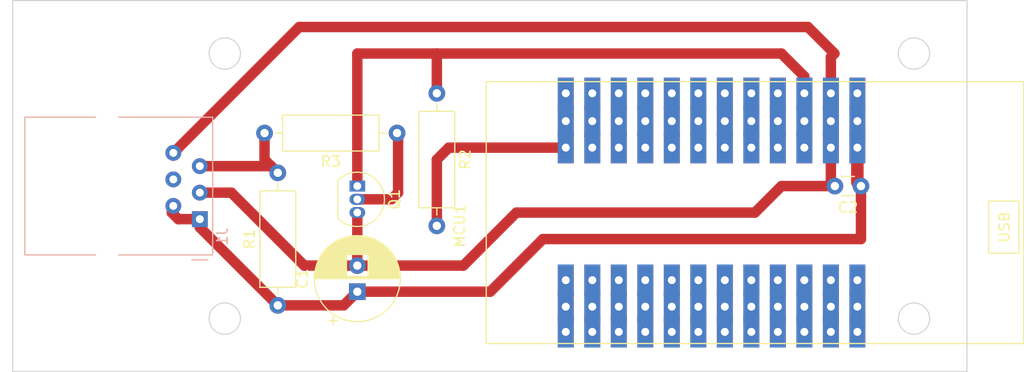
<source format=kicad_pcb>
(kicad_pcb (version 20211014) (generator pcbnew)
  (layers (0 "F.Cu" signal) (31 "B.Cu" signal) (34 "B.Paste" user) (35 "F.Paste" user) (36 "B.SilkS" user "B.Silkscreen") (37 "F.SilkS" user "F.Silkscreen") (38 "B.Mask" user) (39 "F.Mask" user) (44 "Edge.Cuts" user))
  (net 0 "")
  (net 1 "/5 volt")
  (net 2 "Net-(MCU1-Pad3)")
  (net 3 "GND")
  (net 4 "/3.3 volt")
  (net 7 "Net-(Q1-Pad2)")
  (net 9 "unconnected-(MCU1-Pad5)")
  (net 27 "Net-(J1-Pad5)")
  (footprint "Resistor_THT:R_Axial_DIN0309_L9.0mm_D3.2mm_P12.70mm_Horizontal" (layer "F.Cu") (at 55.88 21.59 -90)
    (fp_text reference "R2" (at 6.35 -2.72 90) (layer "F.SilkS"))
    (fp_text value "10000")
    (fp_line (start 10.97 1.72) (end 10.97 -1.72) (layer "F.SilkS") (width 0.12))
    (fp_line (start 1.04 0) (end 1.73 0) (layer "F.SilkS") (width 0.12))
    (fp_line (start 1.73 -1.72) (end 1.73 1.72) (layer "F.SilkS") (width 0.12))
    (fp_line (start 1.73 1.72) (end 10.97 1.72) (layer "F.SilkS") (width 0.12))
    (fp_line (start 10.97 -1.72) (end 1.73 -1.72) (layer "F.SilkS") (width 0.12))
    (fp_line (start 11.66 0) (end 10.97 0) (layer "F.SilkS") (width 0.12))
    (pad "1" thru_hole circle (at 0 0 270) (size 1.6 1.6) (drill 0.8) (layers *.Cu *.Mask) (net 2 "Net-(MCU1-Pad3)"))
    (pad "2" thru_hole oval (at 12.7 0 270) (size 1.6 1.6) (drill 0.8) (layers *.Cu *.Mask) (net 4 "/3.3 volt"))
  )
  (footprint "Capacitor_THT:CP_Radial_D8.0mm_P2.50mm" (layer "F.Cu") (at 48.26 40.6 90)
    (fp_text reference "C1" (at 1.25 -5.25 90) (layer "F.SilkS"))
    (fp_text value "50 UF")
    (fp_line (start 3.091 1.04) (end 3.091 3.647) (layer "F.SilkS") (width 0.12))
    (fp_line (start 4.091 -2.945) (end 4.091 2.945) (layer "F.SilkS") (width 0.12))
    (fp_line (start 2.091 1.04) (end 2.091 3.994) (layer "F.SilkS") (width 0.12))
    (fp_line (start 4.851 -1.964) (end 4.851 1.964) (layer "F.SilkS") (width 0.12))
    (fp_line (start 1.65 1.04) (end 1.65 4.061) (layer "F.SilkS") (width 0.12))
    (fp_line (start 2.131 1.04) (end 2.131 3.985) (layer "F.SilkS") (width 0.12))
    (fp_line (start 2.331 -3.936) (end 2.331 -1.04) (layer "F.SilkS") (width 0.12))
    (fp_line (start 1.61 -4.065) (end 1.61 -1.04) (layer "F.SilkS") (width 0.12))
    (fp_line (start 5.331 -0.533) (end 5.331 0.533) (layer "F.SilkS") (width 0.12))
    (fp_line (start 4.011 -3.019) (end 4.011 3.019) (layer "F.SilkS") (width 0.12))
    (fp_line (start 3.891 -3.124) (end 3.891 3.124) (layer "F.SilkS") (width 0.12))
    (fp_line (start 3.011 1.04) (end 3.011 3.686) (layer "F.SilkS") (width 0.12))
    (fp_line (start 3.731 -3.25) (end 3.731 3.25) (layer "F.SilkS") (width 0.12))
    (fp_line (start 3.291 1.04) (end 3.291 3.54) (layer "F.SilkS") (width 0.12))
    (fp_line (start 3.411 -3.469) (end 3.411 -1.04) (layer "F.SilkS") (width 0.12))
    (fp_line (start 5.211 -1.098) (end 5.211 1.098) (layer "F.SilkS") (width 0.12))
    (fp_line (start 2.451 1.04) (end 2.451 3.902) (layer "F.SilkS") (width 0.12))
    (fp_line (start 2.171 1.04) (end 2.171 3.976) (layer "F.SilkS") (width 0.12))
    (fp_line (start 3.651 -3.309) (end 3.651 3.309) (layer "F.SilkS") (width 0.12))
    (fp_line (start 1.81 -4.042) (end 1.81 -1.04) (layer "F.SilkS") (width 0.12))
    (fp_line (start 3.931 -3.09) (end 3.931 3.09) (layer "F.SilkS") (width 0.12))
    (fp_line (start 2.211 -3.967) (end 2.211 -1.04) (layer "F.SilkS") (width 0.12))
    (fp_line (start 2.371 1.04) (end 2.371 3.925) (layer "F.SilkS") (width 0.12))
    (fp_line (start 1.53 1.04) (end 1.53 4.071) (layer "F.SilkS") (width 0.12))
    (fp_line (start 2.971 -3.704) (end 2.971 -1.04) (layer "F.SilkS") (width 0.12))
    (fp_line (start 2.331 1.04) (end 2.331 3.936) (layer "F.SilkS") (width 0.12))
    (fp_line (start 1.971 1.04) (end 1.971 4.017) (layer "F.SilkS") (width 0.12))
    (fp_line (start 4.971 -1.731) (end 4.971 1.731) (layer "F.SilkS") (width 0.12))
    (fp_line (start 2.411 -3.914) (end 2.411 -1.04) (layer "F.SilkS") (width 0.12))
    (fp_line (start 4.171 -2.867) (end 4.171 2.867) (layer "F.SilkS") (width 0.12))
    (fp_line (start 3.291 -3.54) (end 3.291 -1.04) (layer "F.SilkS") (width 0.12))
    (fp_line (start 4.411 -2.604) (end 4.411 2.604) (layer "F.SilkS") (width 0.12))
    (fp_line (start 3.531 -3.392) (end 3.531 -1.04) (layer "F.SilkS") (width 0.12))
    (fp_line (start 1.93 1.04) (end 1.93 4.024) (layer "F.SilkS") (width 0.12))
    (fp_line (start 3.131 -3.627) (end 3.131 -1.04) (layer "F.SilkS") (width 0.12))
    (fp_line (start 3.371 1.04) (end 3.371 3.493) (layer "F.SilkS") (width 0.12))
    (fp_line (start 2.211 1.04) (end 2.211 3.967) (layer "F.SilkS") (width 0.12))
    (fp_line (start 4.731 -2.166) (end 4.731 2.166) (layer "F.SilkS") (width 0.12))
    (fp_line (start 2.531 -3.877) (end 2.531 -1.04) (layer "F.SilkS") (width 0.12))
    (fp_line (start 2.651 -3.835) (end 2.651 -1.04) (layer "F.SilkS") (width 0.12))
    (fp_line (start 1.69 1.04) (end 1.69 4.057) (layer "F.SilkS") (width 0.12))
    (fp_line (start 2.171 -3.976) (end 2.171 -1.04) (layer "F.SilkS") (width 0.12))
    (fp_line (start 1.81 1.04) (end 1.81 4.042) (layer "F.SilkS") (width 0.12))
    (fp_line (start 1.57 -4.068) (end 1.57 -1.04) (layer "F.SilkS") (width 0.12))
    (fp_line (start 1.85 -4.037) (end 1.85 -1.04) (layer "F.SilkS") (width 0.12))
    (fp_line (start 5.251 -0.948) (end 5.251 0.948) (layer "F.SilkS") (width 0.12))
    (fp_line (start 2.011 -4.01) (end 2.011 -1.04) (layer "F.SilkS") (width 0.12))
    (fp_line (start 1.33 -4.08) (end 1.33 4.08) (layer "F.SilkS") (width 0.12))
    (fp_line (start 5.131 -1.346) (end 5.131 1.346) (layer "F.SilkS") (width 0.12))
    (fp_line (start 1.89 1.04) (end 1.89 4.03) (layer "F.SilkS") (width 0.12))
    (fp_line (start 5.011 -1.645) (end 5.011 1.645) (layer "F.SilkS") (width 0.12))
    (fp_line (start 2.491 1.04) (end 2.491 3.889) (layer "F.SilkS") (width 0.12))
    (fp_line (start 4.371 -2.651) (end 4.371 2.651) (layer "F.SilkS") (width 0.12))
    (fp_line (start 2.851 1.04) (end 2.851 3.757) (layer "F.SilkS") (width 0.12))
    (fp_line (start 3.171 1.04) (end 3.171 3.606) (layer "F.SilkS") (width 0.12))
    (fp_line (start 3.811 -3.189) (end 3.811 3.189) (layer "F.SilkS") (width 0.12))
    (fp_line (start 3.051 -3.666) (end 3.051 -1.04) (layer "F.SilkS") (width 0.12))
    (fp_line (start 4.811 -2.034) (end 4.811 2.034) (layer "F.SilkS") (width 0.12))
    (fp_line (start 4.771 -2.102) (end 4.771 2.102) (layer "F.SilkS") (width 0.12))
    (fp_line (start 2.291 -3.947) (end 2.291 -1.04) (layer "F.SilkS") (width 0.12))
    (fp_line (start 3.571 -3.365) (end 3.571 3.365) (layer "F.SilkS") (width 0.12))
    (fp_line (start 2.291 1.04) (end 2.291 3.947) (layer "F.SilkS") (width 0.12))
    (fp_line (start 5.091 -1.453) (end 5.091 1.453) (layer "F.SilkS") (width 0.12))
    (fp_line (start 2.811 1.04) (end 2.811 3.774) (layer "F.SilkS") (width 0.12))
    (fp_line (start 2.051 1.04) (end 2.051 4.002) (layer "F.SilkS") (width 0.12))
    (fp_line (start 2.571 -3.863) (end 2.571 -1.04) (layer "F.SilkS") (width 0.12))
    (fp_line (start 2.731 1.04) (end 2.731 3.805) (layer "F.SilkS") (width 0.12))
    (fp_line (start 4.531 -2.454) (end 4.531 2.454) (layer "F.SilkS") (width 0.12))
    (fp_line (start 3.411 1.04) (end 3.411 3.469) (layer "F.SilkS") (width 0.12))
    (fp_line (start 2.891 1.04) (end 2.891 3.74) (layer "F.SilkS") (width 0.12))
    (fp_line (start 1.25 -4.08) (end 1.25 4.08) (layer "F.SilkS") (width 0.12))
    (fp_line (start 3.251 -3.562) (end 3.251 -1.04) (layer "F.SilkS") (width 0.12))
    (fp_line (start 3.371 -3.493) (end 3.371 -1.04) (layer "F.SilkS") (width 0.12))
    (fp_line (start 4.691 -2.228) (end 4.691 2.228) (layer "F.SilkS") (width 0.12))
    (fp_line (start 2.931 1.04) (end 2.931 3.722) (layer "F.SilkS") (width 0.12))
    (fp_line (start 3.251 1.04) (end 3.251 3.562) (layer "F.SilkS") (width 0.12))
    (fp_line (start 3.451 1.04) (end 3.451 3.444) (layer "F.SilkS") (width 0.12))
    (fp_line (start 2.811 -3.774) (end 2.811 -1.04) (layer "F.SilkS") (width 0.12))
    (fp_line (start 1.29 -4.08) (end 1.29 4.08) (layer "F.SilkS") (width 0.12))
    (fp_line (start 2.251 -3.957) (end 2.251 -1.04) (layer "F.SilkS") (width 0.12))
    (fp_line (start 2.611 1.04) (end 2.611 3.85) (layer "F.SilkS") (width 0.12))
    (fp_line (start 4.931 -1.813) (end 4.931 1.813) (layer "F.SilkS") (width 0.12))
    (fp_line (start 4.211 -2.826) (end 4.211 2.826) (layer "F.SilkS") (width 0.12))
    (fp_line (start 5.051 -1.552) (end 5.051 1.552) (layer "F.SilkS") (width 0.12))
    (fp_line (start 3.691 -3.28) (end 3.691 3.28) (layer "F.SilkS") (width 0.12))
    (fp_line (start 5.291 -0.768) (end 5.291 0.768) (layer "F.SilkS") (width 0.12))
    (fp_line (start 4.491 -2.505) (end 4.491 2.505) (layer "F.SilkS") (width 0.12))
    (fp_line (start 3.091 -3.647) (end 3.091 -1.04) (layer "F.SilkS") (width 0.12))
    (fp_line (start 2.251 1.04) (end 2.251 3.957) (layer "F.SilkS") (width 0.12))
    (fp_line (start 1.69 -4.057) (end 1.69 -1.04) (layer "F.SilkS") (width 0.12))
    (fp_line (start 1.57 1.04) (end 1.57 4.068) (layer "F.SilkS") (width 0.12))
    (fp_line (start 4.251 -2.784) (end 4.251 2.784) (layer "F.SilkS") (width 0.12))
    (fp_line (start 1.77 1.04) (end 1.77 4.048) (layer "F.SilkS") (width 0.12))
    (fp_line (start 2.851 -3.757) (end 2.851 -1.04) (layer "F.SilkS") (width 0.12))
    (fp_line (start 1.85 1.04) (end 1.85 4.037) (layer "F.SilkS") (width 0.12))
    (fp_line (start 2.691 1.04) (end 2.691 3.821) (layer "F.SilkS") (width 0.12))
    (fp_line (start 3.331 -3.517) (end 3.331 -1.04) (layer "F.SilkS") (width 0.12))
    (fp_line (start 1.77 -4.048) (end 1.77 -1.04) (layer "F.SilkS") (width 0.12))
    (fp_line (start 4.051 -2.983) (end 4.051 2.983) (layer "F.SilkS") (width 0.12))
    (fp_line (start 2.131 -3.985) (end 2.131 -1.04) (layer "F.SilkS") (width 0.12))
    (fp_line (start 2.931 -3.722) (end 2.931 -1.04) (layer "F.SilkS") (width 0.12))
    (fp_line (start 3.451 -3.444) (end 3.451 -1.04) (layer "F.SilkS") (width 0.12))
    (fp_line (start 1.49 1.04) (end 1.49 4.074) (layer "F.SilkS") (width 0.12))
    (fp_line (start 2.011 1.04) (end 2.011 4.01) (layer "F.SilkS") (width 0.12))
    (fp_line (start 3.971 -3.055) (end 3.971 3.055) (layer "F.SilkS") (width 0.12))
    (fp_line (start 4.451 -2.556) (end 4.451 2.556) (layer "F.SilkS") (width 0.12))
    (fp_line (start 4.331 -2.697) (end 4.331 2.697) (layer "F.SilkS") (width 0.12))
    (fp_line (start 1.37 -4.079) (end 1.37 4.079) (layer "F.SilkS") (width 0.12))
    (fp_line (start 1.73 1.04) (end 1.73 4.052) (layer "F.SilkS") (width 0.12))
    (fp_line (start 2.771 1.04) (end 2.771 3.79) (layer "F.SilkS") (width 0.12))
    (fp_line (start 2.731 -3.805) (end 2.731 -1.04) (layer "F.SilkS") (width 0.12))
    (fp_line (start -2.759698 -2.715) (end -2.759698 -1.915) (layer "F.SilkS") (width 0.12))
    (fp_line (start 2.491 -3.889) (end 2.491 -1.04) (layer "F.SilkS") (width 0.12))
    (fp_line (start 3.051 1.04) (end 3.051 3.666) (layer "F.SilkS") (width 0.12))
    (fp_line (start 3.131 1.04) (end 3.131 3.627) (layer "F.SilkS") (width 0.12))
    (fp_line (start 4.651 -2.287) (end 4.651 2.287) (layer "F.SilkS") (width 0.12))
    (fp_line (start 3.211 1.04) (end 3.211 3.584) (layer "F.SilkS") (width 0.12))
    (fp_line (start 2.051 -4.002) (end 2.051 -1.04) (layer "F.SilkS") (width 0.12))
    (fp_line (start 5.171 -1.229) (end 5.171 1.229) (layer "F.SilkS") (width 0.12))
    (fp_line (start 1.65 -4.061) (end 1.65 -1.04) (layer "F.SilkS") (width 0.12))
    (fp_line (start 1.41 -4.077) (end 1.41 4.077) (layer "F.SilkS") (width 0.12))
    (fp_line (start 4.891 -1.89) (end 4.891 1.89) (layer "F.SilkS") (width 0.12))
    (fp_line (start 1.53 -4.071) (end 1.53 -1.04) (layer "F.SilkS") (width 0.12))
    (fp_line (start 2.451 -3.902) (end 2.451 -1.04) (layer "F.SilkS") (width 0.12))
    (fp_line (start 2.771 -3.79) (end 2.771 -1.04) (layer "F.SilkS") (width 0.12))
    (fp_line (start 4.131 -2.907) (end 4.131 2.907) (layer "F.SilkS") (width 0.12))
    (fp_line (start 3.491 -3.418) (end 3.491 -1.04) (layer "F.SilkS") (width 0.12))
    (fp_line (start 1.45 -4.076) (end 1.45 4.076) (layer "F.SilkS") (width 0.12))
    (fp_line (start 1.73 -4.052) (end 1.73 -1.04) (layer "F.SilkS") (width 0.12))
    (fp_line (start 2.651 1.04) (end 2.651 3.835) (layer "F.SilkS") (width 0.12))
    (fp_line (start 2.371 -3.925) (end 2.371 -1.04) (layer "F.SilkS") (width 0.12))
    (fp_line (start 2.571 1.04) (end 2.571 3.863) (layer "F.SilkS") (width 0.12))
    (fp_line (start 2.091 -3.994) (end 2.091 -1.04) (layer "F.SilkS") (width 0.12))
    (fp_line (start 2.691 -3.821) (end 2.691 -1.04) (layer "F.SilkS") (width 0.12))
    (fp_line (start 2.611 -3.85) (end 2.611 -1.04) (layer "F.SilkS") (width 0.12))
    (fp_line (start 4.291 -2.741) (end 4.291 2.741) (layer "F.SilkS") (width 0.12))
    (fp_line (start 2.891 -3.74) (end 2.891 -1.04) (layer "F.SilkS") (width 0.12))
    (fp_line (start 4.611 -2.345) (end 4.611 2.345) (layer "F.SilkS") (width 0.12))
    (fp_line (start 1.61 1.04) (end 1.61 4.065) (layer "F.SilkS") (width 0.12))
    (fp_line (start 3.531 1.04) (end 3.531 3.392) (layer "F.SilkS") (width 0.12))
    (fp_line (start 3.211 -3.584) (end 3.211 -1.04) (layer "F.SilkS") (width 0.12))
    (fp_line (start 3.851 -3.156) (end 3.851 3.156) (layer "F.SilkS") (width 0.12))
    (fp_line (start 3.491 1.04) (end 3.491 3.418) (layer "F.SilkS") (width 0.12))
    (fp_line (start 1.49 -4.074) (end 1.49 -1.04) (layer "F.SilkS") (width 0.12))
    (fp_line (start 2.971 1.04) (end 2.971 3.704) (layer "F.SilkS") (width 0.12))
    (fp_line (start 2.531 1.04) (end 2.531 3.877) (layer "F.SilkS") (width 0.12))
    (fp_line (start -3.159698 -2.315) (end -2.359698 -2.315) (layer "F.SilkS") (width 0.12))
    (fp_line (start 2.411 1.04) (end 2.411 3.914) (layer "F.SilkS") (width 0.12))
    (fp_line (start 3.611 -3.338) (end 3.611 3.338) (layer "F.SilkS") (width 0.12))
    (fp_line (start 1.93 -4.024) (end 1.93 -1.04) (layer "F.SilkS") (width 0.12))
    (fp_line (start 3.771 -3.22) (end 3.771 3.22) (layer "F.SilkS") (width 0.12))
    (fp_line (start 1.89 -4.03) (end 1.89 -1.04) (layer "F.SilkS") (width 0.12))
    (fp_line (start 3.331 1.04) (end 3.331 3.517) (layer "F.SilkS") (width 0.12))
    (fp_line (start 3.171 -3.606) (end 3.171 -1.04) (layer "F.SilkS") (width 0.12))
    (fp_line (start 3.011 -3.686) (end 3.011 -1.04) (layer "F.SilkS") (width 0.12))
    (fp_line (start 4.571 -2.4) (end 4.571 2.4) (layer "F.SilkS") (width 0.12))
    (fp_line (start 1.971 -4.017) (end 1.971 -1.04) (layer "F.SilkS") (width 0.12))
    (fp_circle (center 1.25 0) (end 5.37 0) (layer "F.SilkS") (width 0.12) (fill none))
    (pad "1" thru_hole rect (at 0 0 90) (size 1.6 1.6) (drill 0.8) (layers *.Cu *.Mask) (net 1 "/5 volt"))
    (pad "2" thru_hole circle (at 2.5 0 90) (size 1.6 1.6) (drill 0.8) (layers *.Cu *.Mask) (net 3 "GND"))
  )
  (footprint "Package_TO_SOT_THT:TO-92_Inline" (layer "F.Cu") (at 48.26 30.48 -90)
    (fp_text reference "Q1" (at 1.27 -3.56 90) (layer "F.SilkS"))
    (fp_text value "BC547")
    (fp_line (start -0.53 1.85) (end 3.07 1.85) (layer "F.SilkS") (width 0.12))
    (fp_arc (start -0.568478 1.838478) (mid -1.132087 -0.994977) (end 1.27 -2.6) (layer "F.SilkS") (width 0.12))
    (fp_arc (start 1.27 -2.6) (mid 3.672087 -0.994977) (end 3.108478 1.838478) (layer "F.SilkS") (width 0.12))
    (pad "1" thru_hole rect (at 0 0 270) (size 1.05 1.5) (drill 0.75) (layers *.Cu *.Mask) (net 2 "Net-(MCU1-Pad3)"))
    (pad "2" thru_hole oval (at 1.27 0 270) (size 1.05 1.5) (drill 0.75) (layers *.Cu *.Mask) (net 7 "Net-(Q1-Pad2)"))
    (pad "3" thru_hole oval (at 2.54 0 270) (size 1.05 1.5) (drill 0.75) (layers *.Cu *.Mask) (net 3 "GND"))
  )
  (footprint "Resistor_THT:R_Axial_DIN0309_L9.0mm_D3.2mm_P12.70mm_Horizontal" (layer "F.Cu") (at 52.07 25.4 180)
    (fp_text reference "R3" (at 6.35 -2.72) (layer "F.SilkS"))
    (fp_text value "1000")
    (fp_line (start 1.73 1.72) (end 10.97 1.72) (layer "F.SilkS") (width 0.12))
    (fp_line (start 11.66 0) (end 10.97 0) (layer "F.SilkS") (width 0.12))
    (fp_line (start 10.97 1.72) (end 10.97 -1.72) (layer "F.SilkS") (width 0.12))
    (fp_line (start 1.04 0) (end 1.73 0) (layer "F.SilkS") (width 0.12))
    (fp_line (start 1.73 -1.72) (end 1.73 1.72) (layer "F.SilkS") (width 0.12))
    (fp_line (start 10.97 -1.72) (end 1.73 -1.72) (layer "F.SilkS") (width 0.12))
    (pad "1" thru_hole circle (at 0 0 180) (size 1.6 1.6) (drill 0.8) (layers *.Cu *.Mask) (net 7 "Net-(Q1-Pad2)"))
    (pad "2" thru_hole oval (at 12.7 0 180) (size 1.6 1.6) (drill 0.8) (layers *.Cu *.Mask) (net 27 "Net-(J1-Pad5)"))
  )
  (footprint "Capacitor_THT:C_Disc_D3.0mm_W1.6mm_P2.50mm" (layer "F.Cu") (at 96.52 30.48 180)
    (fp_text reference "C2" (at 1.25 -2.05) (layer "F.SilkS"))
    (fp_text value "C")
    (fp_line (start 0.621 0.92) (end 1.879 0.92) (layer "F.SilkS") (width 0.12))
    (fp_line (start 0.621 -0.92) (end 1.879 -0.92) (layer "F.SilkS") (width 0.12))
    (pad "1" thru_hole circle (at 0 0 180) (size 1.6 1.6) (drill 0.8) (layers *.Cu *.Mask) (net 1 "/5 volt"))
    (pad "2" thru_hole circle (at 2.5 0 180) (size 1.6 1.6) (drill 0.8) (layers *.Cu *.Mask) (net 3 "GND"))
  )
  (footprint "ESP32TTGOOLED:TTGO-T-Display" (layer "F.Cu") (at 63.917 34.417 90)
    (fp_text reference "MCU1" (at 0.127 -5.842 90 unlocked) (layer "F.SilkS"))
    (fp_text value "TTGO-T-Display")
    (fp_text user "USB" (at 0 46.355 90 unlocked) (layer "F.SilkS"))
    (fp_rect (start -2.5 47.752) (end 2.5 44.831) (layer "F.SilkS") (width 0.12) (fill none))
    (fp_rect (start -11.148 -3.302) (end 13.942 48.188) (layer "F.SilkS") (width 0.12) (fill none))
    (pad "1" thru_hole rect (at 10.16 32.258 90) (size 3 1.524) (drill 0.762) (layers *.Cu *.Mask) (net 1 "/5 volt"))
    (pad "1" thru_hole rect (at 12.827 32.258 90) (size 3 1.524) (drill 0.762) (layers *.Cu *.Mask) (net 1 "/5 volt"))
    (pad "1" thru_hole rect (at 7.62 32.258 90) (size 3 1.524) (drill 0.762) (layers *.Cu *.Mask) (net 1 "/5 volt"))
    (pad "2" thru_hole rect (at 10.16 29.718 90) (size 3 1.524) (drill 0.762) (layers *.Cu *.Mask) (net 3 "GND"))
    (pad "2" thru_hole rect (at 12.827 29.718 90) (size 3 1.524) (drill 0.762) (layers *.Cu *.Mask) (net 3 "GND"))
    (pad "2" thru_hole rect (at 7.62 29.718 90) (size 3 1.524) (drill 0.762) (layers *.Cu *.Mask) (net 3 "GND"))
    (pad "3" thru_hole rect (at 7.62 27.178 90) (size 3 1.524) (drill 0.762) (layers *.Cu *.Mask) (net 2 "Net-(MCU1-Pad3)"))
    (pad "3" thru_hole rect (at 10.16 27.178 90) (size 3 1.524) (drill 0.762) (layers *.Cu *.Mask) (net 2 "Net-(MCU1-Pad3)"))
    (pad "3" thru_hole rect (at 12.827 27.178 90) (size 3 1.524) (drill 0.762) (layers *.Cu *.Mask) (net 2 "Net-(MCU1-Pad3)"))
    (pad "4" thru_hole rect (at 12.827 24.638 90) (size 3 1.524) (drill 0.762) (layers *.Cu *.Mask))
    (pad "4" thru_hole rect (at 7.62 24.638 90) (size 3 1.524) (drill 0.762) (layers *.Cu *.Mask))
    (pad "4" thru_hole rect (at 10.16 24.638 90) (size 3 1.524) (drill 0.762) (layers *.Cu *.Mask))
    (pad "5" thru_hole rect (at 12.827 22.098 90) (size 3 1.524) (drill 0.762) (layers *.Cu *.Mask) (net 9 "unconnected-(MCU1-Pad5)"))
    (pad "5" thru_hole rect (at 10.16 22.098 90) (size 3 1.524) (drill 0.762) (layers *.Cu *.Mask) (net 9 "unconnected-(MCU1-Pad5)"))
    (pad "5" thru_hole rect (at 7.62 22.098 90) (size 3 1.524) (drill 0.762) (layers *.Cu *.Mask) (net 9 "unconnected-(MCU1-Pad5)"))
    (pad "6" thru_hole rect (at 7.62 19.558 90) (size 3 1.524) (drill 0.762) (layers *.Cu *.Mask))
    (pad "6" thru_hole rect (at 10.16 19.558 90) (size 3 1.524) (drill 0.762) (layers *.Cu *.Mask))
    (pad "6" thru_hole rect (at 12.827 19.558 90) (size 3 1.524) (drill 0.762) (layers *.Cu *.Mask))
    (pad "7" thru_hole rect (at 10.16 17.018 90) (size 3 1.524) (drill 0.762) (layers *.Cu *.Mask))
    (pad "7" thru_hole rect (at 12.827 17.018 90) (size 3 1.524) (drill 0.762) (layers *.Cu *.Mask))
    (pad "7" thru_hole rect (at 7.62 17.018 90) (size 3 1.524) (drill 0.762) (layers *.Cu *.Mask))
    (pad "8" thru_hole rect (at 7.62 14.478 90) (size 3 1.524) (drill 0.762) (layers *.Cu *.Mask))
    (pad "8" thru_hole rect (at 12.827 14.478 90) (size 3 1.524) (drill 0.762) (layers *.Cu *.Mask))
    (pad "8" thru_hole rect (at 10.16 14.478 90) (size 3 1.524) (drill 0.762) (layers *.Cu *.Mask))
    (pad "9" thru_hole rect (at 12.827 11.938 90) (size 3 1.524) (drill 0.762) (layers *.Cu *.Mask))
    (pad "9" thru_hole rect (at 10.16 11.938 90) (size 3 1.524) (drill 0.762) (layers *.Cu *.Mask))
    (pad "9" thru_hole rect (at 7.62 11.938 90) (size 3 1.524) (drill 0.762) (layers *.Cu *.Mask))
    (pad "10" thru_hole rect (at 10.16 9.398 90) (size 3 1.524) (drill 0.762) (layers *.Cu *.Mask))
    (pad "10" thru_hole rect (at 7.62 9.398 90) (size 3 1.524) (drill 0.762) (layers *.Cu *.Mask))
    (pad "10" thru_hole rect (at 12.827 9.398 90) (size 3 1.524) (drill 0.762) (layers *.Cu *.Mask))
    (pad "11" thru_hole rect (at 10.16 6.858 90) (size 3 1.524) (drill 0.762) (layers *.Cu *.Mask))
    (pad "11" thru_hole rect (at 12.827 6.858 90) (size 3 1.524) (drill 0.762) (layers *.Cu *.Mask))
    (pad "11" thru_hole rect (at 7.62 6.858 90) (size 3 1.524) (drill 0.762) (layers *.Cu *.Mask))
    (pad "12" thru_hole rect (at 12.827 4.318 90) (size 3 1.524) (drill 0.762) (layers *.Cu *.Mask) (net 4 "/3.3 volt"))
    (pad "12" thru_hole rect (at 7.62 4.318 90) (size 3 1.524) (drill 0.762) (layers *.Cu *.Mask) (net 4 "/3.3 volt"))
    (pad "12" thru_hole rect (at 10.16 4.318 90) (size 3 1.524) (drill 0.762) (layers *.Cu *.Mask) (net 4 "/3.3 volt"))
    (pad "13" thru_hole rect (at -7.62 32.258 90) (size 3 1.524) (drill 0.762) (layers *.Cu *.Mask))
    (pad "13" thru_hole rect (at -5.08 32.258 90) (size 3 1.524) (drill 0.762) (layers *.Cu *.Mask))
    (pad "13" thru_hole rect (at -10.033 32.258 90) (size 3 1.524) (drill 0.762) (layers *.Cu *.Mask))
    (pad "14" thru_hole rect (at -10.033 29.718 90) (size 3 1.524) (drill 0.762) (layers *.Cu *.Mask))
    (pad "14" thru_hole rect (at -7.62 29.718 90) (size 3 1.524) (drill 0.762) (layers *.Cu *.Mask))
    (pad "14" thru_hole rect (at -5.08 29.718 90) (size 3 1.524) (drill 0.762) (layers *.Cu *.Mask))
    (pad "15" thru_hole rect (at -7.62 27.178 90) (size 3 1.524) (drill 0.762) (layers *.Cu *.Mask))
    (pad "15" thru_hole rect (at -5.08 27.178 90) (size 3 1.524) (drill 0.762) (layers *.Cu *.Mask))
    (pad "15" thru_hole rect (at -10.033 27.178 90) (size 3 1.524) (drill 0.762) (layers *.Cu *.Mask))
    (pad "16" thru_hole rect (at -7.62 24.638 90) (size 3 1.524) (drill 0.762) (layers *.Cu *.Mask))
    (pad "16" thru_hole rect (at -10.033 24.638 90) (size 3 1.524) (drill 0.762) (layers *.Cu *.Mask))
    (pad "16" thru_hole rect (at -5.08 24.638 90) (size 3 1.524) (drill 0.762) (layers *.Cu *.Mask))
    (pad "17" thru_hole rect (at -5.08 22.098 90) (size 3 1.524) (drill 0.762) (layers *.Cu *.Mask))
    (pad "17" thru_hole rect (at -7.62 22.098 90) (size 3 1.524) (drill 0.762) (layers *.Cu *.Mask))
    (pad "17" thru_hole rect (at -10.033 22.098 90) (size 3 1.524) (drill 0.762) (layers *.Cu *.Mask))
    (pad "18" thru_hole rect (at -7.62 19.558 90) (size 3 1.524) (drill 0.762) (layers *.Cu *.Mask))
    (pad "18" thru_hole rect (at -5.08 19.558 90) (size 3 1.524) (drill 0.762) (layers *.Cu *.Mask))
    (pad "18" thru_hole rect (at -10.033 19.558 90) (size 3 1.524) (drill 0.762) (layers *.Cu *.Mask))
    (pad "19" thru_hole rect (at -7.62 17.018 90) (size 3 1.524) (drill 0.762) (layers *.Cu *.Mask))
    (pad "19" thru_hole rect (at -10.033 17.018 90) (size 3 1.524) (drill 0.762) (layers *.Cu *.Mask))
    (pad "19" thru_hole rect (at -5.08 17.018 90) (size 3 1.524) (drill 0.762) (layers *.Cu *.Mask))
    (pad "20" thru_hole rect (at -10.033 14.478 90) (size 3 1.524) (drill 0.762) (layers *.Cu *.Mask))
    (pad "20" thru_hole rect (at -5.08 14.478 90) (size 3 1.524) (drill 0.762) (layers *.Cu *.Mask))
    (pad "20" thru_hole rect (at -7.62 14.478 90) (size 3 1.524) (drill 0.762) (layers *.Cu *.Mask))
    (pad "21" thru_hole rect (at -7.62 11.938 90) (size 3 1.524) (drill 0.762) (layers *.Cu *.Mask))
    (pad "21" thru_hole rect (at -5.08 11.938 90) (size 3 1.524) (drill 0.762) (layers *.Cu *.Mask))
    (pad "21" thru_hole rect (at -10.033 11.938 90) (size 3 1.524) (drill 0.762) (layers *.Cu *.Mask))
    (pad "22" thru_hole rect (at -7.62 9.398 90) (size 3 1.524) (drill 0.762) (layers *.Cu *.Mask))
    (pad "22" thru_hole rect (at -10.033 9.398 90) (size 3 1.524) (drill 0.762) (layers *.Cu *.Mask))
    (pad "22" thru_hole rect (at -5.08 9.398 90) (size 3 1.524) (drill 0.762) (layers *.Cu *.Mask))
    (pad "23" thru_hole rect (at -7.62 6.858 90) (size 3 1.524) (drill 0.762) (layers *.Cu *.Mask))
    (pad "23" thru_hole rect (at -5.08 6.858 90) (size 3 1.524) (drill 0.762) (layers *.Cu *.Mask))
    (pad "23" thru_hole rect (at -10.033 6.858 90) (size 3 1.524) (drill 0.762) (layers *.Cu *.Mask))
    (pad "24" thru_hole rect (at -10.033 4.318 90) (size 3 1.524) (drill 0.762) (layers *.Cu *.Mask))
    (pad "24" thru_hole rect (at -7.62 4.318 90) (size 3 1.524) (drill 0.762) (layers *.Cu *.Mask))
    (pad "24" thru_hole rect (at -5.08 4.318 90) (size 3 1.524) (drill 0.762) (layers *.Cu *.Mask))
  )
  (footprint "Resistor_THT:R_Axial_DIN0309_L9.0mm_D3.2mm_P12.70mm_Horizontal" (layer "F.Cu") (at 40.64 41.91 90)
    (fp_text reference "R1" (at 6.35 -2.72 90) (layer "F.SilkS"))
    (fp_text value "10000R")
    (fp_line (start 10.97 -1.72) (end 1.73 -1.72) (layer "F.SilkS") (width 0.12))
    (fp_line (start 1.73 1.72) (end 10.97 1.72) (layer "F.SilkS") (width 0.12))
    (fp_line (start 10.97 1.72) (end 10.97 -1.72) (layer "F.SilkS") (width 0.12))
    (fp_line (start 1.73 -1.72) (end 1.73 1.72) (layer "F.SilkS") (width 0.12))
    (fp_line (start 11.66 0) (end 10.97 0) (layer "F.SilkS") (width 0.12))
    (fp_line (start 1.04 0) (end 1.73 0) (layer "F.SilkS") (width 0.12))
    (pad "1" thru_hole circle (at 0 0 90) (size 1.6 1.6) (drill 0.8) (layers *.Cu *.Mask) (net 1 "/5 volt"))
    (pad "2" thru_hole oval (at 12.7 0 90) (size 1.6 1.6) (drill 0.8) (layers *.Cu *.Mask) (net 27 "Net-(J1-Pad5)"))
  )
  (footprint "Connector_RJ:RJ12_Amphenol_54601" (layer "B.Cu") (at 33.17 33.65 90)
    (fp_text reference "J1" (at -1.67 2.16 90) (layer "B.SilkS") (effects (justify mirror)))
    (fp_text value "RJ12")
    (fp_line (start 9.77 -16.77) (end 9.77 -9.99) (layer "B.SilkS") (width 0.12))
    (fp_line (start -3.43 1.23) (end 9.77 1.23) (layer "B.SilkS") (width 0.12))
    (fp_line (start 9.77 1.23) (end 9.77 -7.79) (layer "B.SilkS") (width 0.12))
    (fp_line (start 9.77 -16.65) (end 9.77 -16.77) (layer "B.SilkS") (width 0.1))
    (fp_line (start -3.9 -0.77) (end -3.9 0.76) (layer "B.SilkS") (width 0.12))
    (fp_line (start 9.77 -16.76) (end 9.77 -16.77) (layer "B.SilkS") (width 0.1))
    (fp_line (start 9.77 -16.77) (end -3.43 -16.77) (layer "B.SilkS") (width 0.12))
    (fp_line (start -3.43 -7.72) (end -3.43 -7.79) (layer "B.SilkS") (width 0.1))
    (fp_line (start -3.43 -16.77) (end -3.43 -9.99) (layer "B.SilkS") (width 0.12))
    (fp_line (start -3.43 -7.79) (end -3.43 1.23) (layer "B.SilkS") (width 0.12))
    (pad "" np_thru_hole circle (at 8.25 -8.89 90) (size 3.25 3.25) (drill 3.25) (layers *.Cu *.Mask))
    (pad "" np_thru_hole circle (at -1.91 -8.89 90) (size 3.25 3.25) (drill 3.25) (layers *.Cu *.Mask))
    (pad "1" thru_hole rect (at 0 0 90) (size 1.52 1.52) (drill 0.76) (layers *.Cu *.Mask) (net 1 "/5 volt"))
    (pad "2" thru_hole circle (at 1.27 -2.54 90) (size 1.52 1.52) (drill 0.76) (layers *.Cu *.Mask) (net 1 "/5 volt"))
    (pad "3" thru_hole circle (at 2.54 0 90) (size 1.52 1.52) (drill 0.76) (layers *.Cu *.Mask) (net 3 "GND"))
    (pad "4" thru_hole circle (at 3.81 -2.54 90) (size 1.52 1.52) (drill 0.76) (layers *.Cu *.Mask))
    (pad "5" thru_hole circle (at 5.08 0 90) (size 1.52 1.52) (drill 0.76) (layers *.Cu *.Mask) (net 27 "Net-(J1-Pad5)"))
    (pad "6" thru_hole circle (at 6.35 -2.54 90) (size 1.52 1.52) (drill 0.76) (layers *.Cu *.Mask) (net 3 "GND"))
  )
  (gr_circle (center 35.56 17.78) (end 37.06 17.78) (layer "Edge.Cuts") (width 0.1) (fill none))
  (gr_line (start 106.68 12.7) (end 106.68 48.26) (layer "Edge.Cuts") (width 0.1))
  (gr_line (start 15.24 12.7) (end 106.68 12.7) (layer "Edge.Cuts") (width 0.1))
  (gr_circle (center 101.6 17.78) (end 103.1 17.78) (layer "Edge.Cuts") (width 0.1) (fill none))
  (gr_line (start 106.68 48.26) (end 15.24 48.26) (layer "Edge.Cuts") (width 0.1))
  (gr_circle (center 101.6 43.18) (end 103.1 43.18) (layer "Edge.Cuts") (width 0.1) (fill none))
  (gr_line (start 15.24 48.26) (end 15.24 12.7) (layer "Edge.Cuts") (width 0.1))
  (gr_circle (center 35.56 43.18) (end 37.06 43.18) (layer "Edge.Cuts") (width 0.1) (fill none))
  (segment (start 96.175 26.797) (end 96.175 30.135) (width 1.2) (layer "F.Cu") (net 1))
  (segment (start 33.17 34.44) (end 40.64 41.91) (width 1) (layer "F.Cu") (net 1))
  (segment (start 61 40.6) (end 63.5 38.1) (width 1) (layer "F.Cu") (net 1))
  (segment (start 96.52 35.56) (end 96.52 30.48) (width 1) (layer "F.Cu") (net 1))
  (segment (start 66.04 35.56) (end 96.52 35.56) (width 1) (layer "F.Cu") (net 1))
  (segment (start 46.95 41.91) (end 48.26 40.6) (width 1) (layer "F.Cu") (net 1))
  (segment (start 33.17 33.65) (end 33.17 34.44) (width 1) (layer "F.Cu") (net 1))
  (segment (start 30.48 32.53) (end 30.63 32.38) (width 1) (layer "F.Cu") (net 1))
  (segment (start 63.5 38.1) (end 66.04 35.56) (width 1) (layer "F.Cu") (net 1))
  (segment (start 48.26 40.6) (end 61 40.6) (width 1) (layer "F.Cu") (net 1))
  (segment (start 31.11 33.65) (end 30.48 33.02) (width 1) (layer "F.Cu") (net 1))
  (segment (start 33.17 33.65) (end 31.11 33.65) (width 1) (layer "F.Cu") (net 1))
  (segment (start 40.64 41.91) (end 46.95 41.91) (width 1) (layer "F.Cu") (net 1))
  (segment (start 96.52 30.48) (end 96.175 30.135) (width 1) (layer "F.Cu") (net 1))
  (segment (start 30.48 33.02) (end 30.48 32.53) (width 1) (layer "F.Cu") (net 1))
  (segment (start 91.095 19.975) (end 88.9 17.78) (width 1) (layer "F.Cu") (net 2))
  (segment (start 48.26 17.78) (end 48.26 30.48) (width 1) (layer "F.Cu") (net 2))
  (segment (start 91.095 21.59) (end 91.095 19.975) (width 1) (layer "F.Cu") (net 2))
  (segment (start 88.9 17.78) (end 55.88 17.78) (width 1) (layer "F.Cu") (net 2))
  (segment (start 55.88 17.78) (end 55.88 21.59) (width 1) (layer "F.Cu") (net 2))
  (segment (start 55.88 17.78) (end 48.26 17.78) (width 1) (layer "F.Cu") (net 2))
  (segment (start 93.635 26.797) (end 93.635 30.135) (width 1) (layer "F.Cu") (net 3))
  (segment (start 58.42 38.1) (end 48.26 38.1) (width 1) (layer "F.Cu") (net 3))
  (segment (start 94.02 30.48) (end 88.9 30.48) (width 1) (layer "F.Cu") (net 3))
  (segment (start 93.98 17.78) (end 93.635 18.125) (width 1) (layer "F.Cu") (net 3))
  (segment (start 63.5 33.02) (end 58.42 38.1) (width 1) (layer "F.Cu") (net 3))
  (segment (start 48.26 38.1) (end 43.18 38.1) (width 1) (layer "F.Cu") (net 3))
  (segment (start 48.26 33.02) (end 48.26 38.1) (width 1) (layer "F.Cu") (net 3))
  (segment (start 86.36 33.02) (end 63.5 33.02) (width 1) (layer "F.Cu") (net 3))
  (segment (start 30.63 27.3) (end 42.69 15.24) (width 1) (layer "F.Cu") (net 3))
  (segment (start 36.19 31.11) (end 33.17 31.11) (width 1) (layer "F.Cu") (net 3))
  (segment (start 43.18 38.1) (end 36.19 31.11) (width 1) (layer "F.Cu") (net 3))
  (segment (start 93.635 30.135) (end 93.98 30.48) (width 1) (layer "F.Cu") (net 3))
  (segment (start 93.635 18.125) (end 93.635 21.59) (width 1) (layer "F.Cu") (net 3))
  (segment (start 88.9 30.48) (end 86.36 33.02) (width 1) (layer "F.Cu") (net 3))
  (segment (start 42.69 15.24) (end 91.44 15.24) (width 1) (layer "F.Cu") (net 3))
  (segment (start 91.44 15.24) (end 93.98 17.78) (width 1) (layer "F.Cu") (net 3))
  (segment (start 57.023 26.797) (end 68.235 26.797) (width 1) (layer "F.Cu") (net 4))
  (segment (start 55.88 27.94) (end 57.023 26.797) (width 1) (layer "F.Cu") (net 4))
  (segment (start 55.88 34.29) (end 55.88 27.94) (width 1) (layer "F.Cu") (net 4))
  (segment (start 51.526661 31.75) (end 52.168008 31.108653) (width 1) (layer "F.Cu") (net 7))
  (segment (start 48.26 31.75) (end 51.526661 31.75) (width 1) (layer "F.Cu") (net 7))
  (segment (start 52.168008 25.498008) (end 52.07 25.4) (width 1) (layer "F.Cu") (net 7))
  (segment (start 52.168008 31.108653) (end 52.168008 25.498008) (width 1) (layer "F.Cu") (net 7))
  (segment (start 86.432 25.527) (end 86.432 23.912) (width 0.25) (layer "F.Cu") (net 9))
  (segment (start 39.37 27.94) (end 39.37 25.4) (width 1) (layer "F.Cu") (net 27))
  (segment (start 40 28.57) (end 40.64 29.21) (width 1) (layer "F.Cu") (net 27))
  (segment (start 33.17 28.57) (end 40 28.57) (width 1) (layer "F.Cu") (net 27))
  (segment (start 39.37 27.94) (end 40.64 29.21) (width 1) (layer "F.Cu") (net 27))
)
</source>
